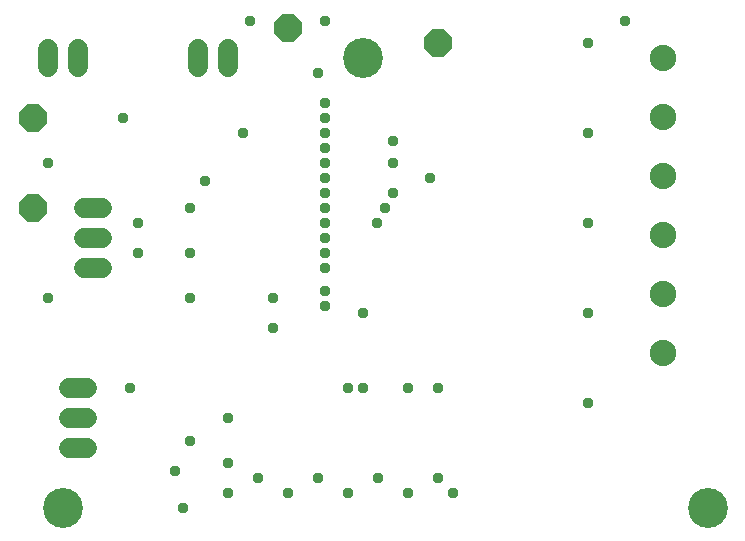
<source format=gbr>
G04 EAGLE Gerber RS-274X export*
G75*
%MOMM*%
%FSLAX34Y34*%
%LPD*%
%INSoldermask Bottom*%
%IPPOS*%
%AMOC8*
5,1,8,0,0,1.08239X$1,22.5*%
G01*
%ADD10C,3.378200*%
%ADD11P,2.556822X8X22.500000*%
%ADD12C,2.235200*%
%ADD13C,1.711200*%
%ADD14P,2.556822X8X202.500000*%
%ADD15C,0.959600*%


D10*
X304800Y546100D03*
X50800Y165100D03*
X596900Y165100D03*
D11*
X25400Y419100D03*
X25400Y495300D03*
D12*
X558800Y546100D03*
X558800Y496062D03*
X558800Y446024D03*
X558800Y395986D03*
X558800Y346202D03*
X558800Y296164D03*
D11*
X241300Y571500D03*
D13*
X38100Y553640D02*
X38100Y538560D01*
X63500Y538560D02*
X63500Y553640D01*
X165100Y553640D02*
X165100Y538560D01*
X190500Y538560D02*
X190500Y553640D01*
X71040Y266700D02*
X55960Y266700D01*
X55960Y241300D02*
X71040Y241300D01*
X71040Y215900D02*
X55960Y215900D01*
D14*
X368300Y558800D03*
D13*
X83740Y368300D02*
X68660Y368300D01*
X68660Y393700D02*
X83740Y393700D01*
X83740Y419100D02*
X68660Y419100D01*
D15*
X38100Y457200D03*
X361470Y444500D03*
X368300Y266700D03*
X330200Y431800D03*
X342900Y266700D03*
X323370Y419100D03*
X304800Y266700D03*
X316540Y406400D03*
X292100Y266700D03*
X342900Y177800D03*
X292100Y177800D03*
X241300Y177800D03*
X190500Y177800D03*
X381000Y177800D03*
X171450Y442500D03*
X158750Y342900D03*
X158750Y222250D03*
X158750Y419100D03*
X158750Y381000D03*
X146050Y196850D03*
X209550Y577850D03*
X273050Y577850D03*
X527050Y577850D03*
X203200Y482600D03*
X495300Y558800D03*
X495300Y482600D03*
X495300Y406400D03*
X495300Y254000D03*
X495300Y330200D03*
X368300Y190500D03*
X317500Y190500D03*
X266700Y190500D03*
X215900Y190500D03*
X152400Y165100D03*
X190500Y203200D03*
X190500Y241300D03*
X114300Y406400D03*
X114300Y381000D03*
X266700Y533400D03*
X101600Y495300D03*
X38100Y342900D03*
X107950Y266700D03*
X228600Y342900D03*
X228600Y317500D03*
X330200Y457200D03*
X330200Y476250D03*
X273050Y508000D03*
X273050Y495300D03*
X273050Y482600D03*
X273050Y469900D03*
X273050Y457200D03*
X273050Y444500D03*
X273050Y431800D03*
X273050Y419100D03*
X273050Y406400D03*
X273050Y393700D03*
X273050Y381000D03*
X273050Y368300D03*
X273050Y349250D03*
X273050Y336550D03*
X304800Y330200D03*
M02*

</source>
